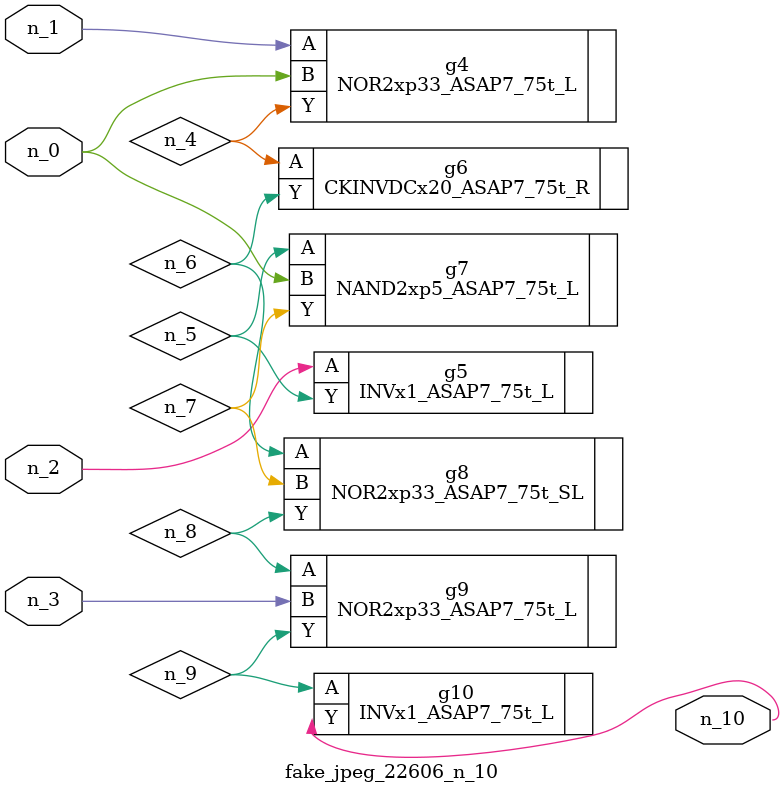
<source format=v>
module fake_jpeg_22606_n_10 (n_0, n_3, n_2, n_1, n_10);

input n_0;
input n_3;
input n_2;
input n_1;

output n_10;

wire n_4;
wire n_8;
wire n_9;
wire n_6;
wire n_5;
wire n_7;

NOR2xp33_ASAP7_75t_L g4 ( 
.A(n_1),
.B(n_0),
.Y(n_4)
);

INVx1_ASAP7_75t_L g5 ( 
.A(n_2),
.Y(n_5)
);

CKINVDCx20_ASAP7_75t_R g6 ( 
.A(n_4),
.Y(n_6)
);

NOR2xp33_ASAP7_75t_SL g8 ( 
.A(n_6),
.B(n_7),
.Y(n_8)
);

NAND2xp5_ASAP7_75t_L g7 ( 
.A(n_5),
.B(n_0),
.Y(n_7)
);

NOR2xp33_ASAP7_75t_L g9 ( 
.A(n_8),
.B(n_3),
.Y(n_9)
);

INVx1_ASAP7_75t_L g10 ( 
.A(n_9),
.Y(n_10)
);


endmodule
</source>
